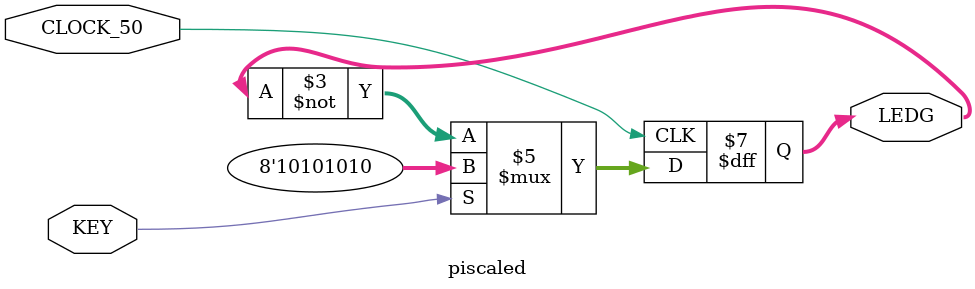
<source format=v>
module piscaled(
	input [0:0] KEY,
	input CLOCK_50,
	output reg [7:0] LEDG
);
always @(posedge CLOCK_50)begin

	if(KEY [0]==1)begin
		LEDG <= 8'hAA;
		
	end else begin 
		LEDG <= ~LEDG;
	end
	
end
	
	
endmodule

</source>
